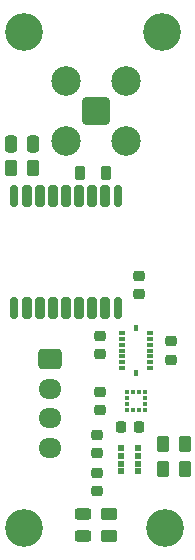
<source format=gbr>
%TF.GenerationSoftware,KiCad,Pcbnew,8.0.8*%
%TF.CreationDate,2025-02-07T05:59:22-05:00*%
%TF.ProjectId,SensorBoardNoMCU,53656e73-6f72-4426-9f61-72644e6f4d43,rev?*%
%TF.SameCoordinates,Original*%
%TF.FileFunction,Soldermask,Top*%
%TF.FilePolarity,Negative*%
%FSLAX46Y46*%
G04 Gerber Fmt 4.6, Leading zero omitted, Abs format (unit mm)*
G04 Created by KiCad (PCBNEW 8.0.8) date 2025-02-07 05:59:22*
%MOMM*%
%LPD*%
G01*
G04 APERTURE LIST*
G04 Aperture macros list*
%AMRoundRect*
0 Rectangle with rounded corners*
0 $1 Rounding radius*
0 $2 $3 $4 $5 $6 $7 $8 $9 X,Y pos of 4 corners*
0 Add a 4 corners polygon primitive as box body*
4,1,4,$2,$3,$4,$5,$6,$7,$8,$9,$2,$3,0*
0 Add four circle primitives for the rounded corners*
1,1,$1+$1,$2,$3*
1,1,$1+$1,$4,$5*
1,1,$1+$1,$6,$7*
1,1,$1+$1,$8,$9*
0 Add four rect primitives between the rounded corners*
20,1,$1+$1,$2,$3,$4,$5,0*
20,1,$1+$1,$4,$5,$6,$7,0*
20,1,$1+$1,$6,$7,$8,$9,0*
20,1,$1+$1,$8,$9,$2,$3,0*%
G04 Aperture macros list end*
%ADD10RoundRect,0.225000X0.250000X-0.225000X0.250000X0.225000X-0.250000X0.225000X-0.250000X-0.225000X0*%
%ADD11RoundRect,0.243750X0.456250X-0.243750X0.456250X0.243750X-0.456250X0.243750X-0.456250X-0.243750X0*%
%ADD12R,0.590000X0.350000*%
%ADD13R,0.350000X0.590000*%
%ADD14C,3.200000*%
%ADD15RoundRect,0.225000X-0.250000X0.225000X-0.250000X-0.225000X0.250000X-0.225000X0.250000X0.225000X0*%
%ADD16RoundRect,0.218750X-0.218750X-0.381250X0.218750X-0.381250X0.218750X0.381250X-0.218750X0.381250X0*%
%ADD17RoundRect,0.250000X0.262500X0.450000X-0.262500X0.450000X-0.262500X-0.450000X0.262500X-0.450000X0*%
%ADD18RoundRect,0.250000X0.250000X0.475000X-0.250000X0.475000X-0.250000X-0.475000X0.250000X-0.475000X0*%
%ADD19RoundRect,0.200100X-0.949900X0.949900X-0.949900X-0.949900X0.949900X-0.949900X0.949900X0.949900X0*%
%ADD20C,2.500000*%
%ADD21RoundRect,0.102000X-0.175000X-0.175000X0.175000X-0.175000X0.175000X0.175000X-0.175000X0.175000X0*%
%ADD22RoundRect,0.250000X-0.450000X0.262500X-0.450000X-0.262500X0.450000X-0.262500X0.450000X0.262500X0*%
%ADD23RoundRect,0.225000X0.225000X0.250000X-0.225000X0.250000X-0.225000X-0.250000X0.225000X-0.250000X0*%
%ADD24RoundRect,0.250000X-0.725000X0.600000X-0.725000X-0.600000X0.725000X-0.600000X0.725000X0.600000X0*%
%ADD25O,1.950000X1.700000*%
%ADD26RoundRect,0.175000X0.175000X-0.725000X0.175000X0.725000X-0.175000X0.725000X-0.175000X-0.725000X0*%
%ADD27RoundRect,0.200000X0.200000X-0.700000X0.200000X0.700000X-0.200000X0.700000X-0.200000X-0.700000X0*%
%ADD28RoundRect,0.250000X-0.262500X-0.450000X0.262500X-0.450000X0.262500X0.450000X-0.262500X0.450000X0*%
%ADD29R,0.375000X0.350000*%
%ADD30R,0.350000X0.375000*%
G04 APERTURE END LIST*
D10*
%TO.C,C3*%
X98500000Y-83275000D03*
X98500000Y-81725000D03*
%TD*%
D11*
%TO.C,D1*%
X97000000Y-98687500D03*
X97000000Y-96812500D03*
%TD*%
D12*
%TO.C,U1*%
X102665000Y-81500000D03*
X102665000Y-82000000D03*
X102665000Y-82500000D03*
X102665000Y-83000000D03*
X102665000Y-83500000D03*
X102665000Y-84000000D03*
X102665000Y-84500000D03*
D13*
X101500000Y-84915000D03*
D12*
X100335000Y-84500000D03*
X100335000Y-84000000D03*
X100335000Y-83500000D03*
X100335000Y-83000000D03*
X100335000Y-82500000D03*
X100335000Y-82000000D03*
X100335000Y-81500000D03*
D13*
X101500000Y-81085000D03*
%TD*%
D10*
%TO.C,C7*%
X98500000Y-88025000D03*
X98500000Y-86475000D03*
%TD*%
D14*
%TO.C,H2*%
X92000000Y-56000000D03*
%TD*%
D15*
%TO.C,C9*%
X98250000Y-90125000D03*
X98250000Y-91675000D03*
%TD*%
D16*
%TO.C,L1*%
X96812500Y-68000000D03*
X98937500Y-68000000D03*
%TD*%
D10*
%TO.C,C8*%
X98250000Y-94925000D03*
X98250000Y-93375000D03*
%TD*%
D17*
%TO.C,R2*%
X105662500Y-90875000D03*
X103837500Y-90875000D03*
%TD*%
D14*
%TO.C,H4*%
X104000000Y-98000000D03*
%TD*%
D18*
%TO.C,C6*%
X92824999Y-65500000D03*
X90925001Y-65500000D03*
%TD*%
D17*
%TO.C,R3*%
X105662500Y-93000000D03*
X103837500Y-93000000D03*
%TD*%
D10*
%TO.C,C2*%
X104500000Y-83775000D03*
X104500000Y-82225000D03*
%TD*%
D19*
%TO.C,J1*%
X98125000Y-62750000D03*
D20*
X100665000Y-60210000D03*
X95585000Y-60210000D03*
X100665000Y-65290000D03*
X95585000Y-65290000D03*
%TD*%
D21*
%TO.C,U4*%
X101725000Y-91275000D03*
X101725000Y-91925000D03*
X101725000Y-92575000D03*
X101725000Y-93225000D03*
X100275000Y-93225000D03*
X100275000Y-92575000D03*
X100275000Y-91925000D03*
X100275000Y-91275000D03*
%TD*%
D14*
%TO.C,H3*%
X92000000Y-98000000D03*
%TD*%
D22*
%TO.C,R4*%
X99250000Y-96837500D03*
X99250000Y-98662500D03*
%TD*%
D23*
%TO.C,C5*%
X101775000Y-89500000D03*
X100225000Y-89500000D03*
%TD*%
D24*
%TO.C,J2*%
X94250000Y-83750000D03*
D25*
X94250000Y-86250000D03*
X94250000Y-88750000D03*
X94250000Y-91250000D03*
%TD*%
D26*
%TO.C,U3*%
X91225000Y-79375000D03*
D27*
X92325000Y-79375000D03*
X93425000Y-79375000D03*
X94525000Y-79375000D03*
X95625000Y-79375000D03*
X96725000Y-79375000D03*
X97825000Y-79375000D03*
X98925000Y-79375000D03*
D26*
X100025000Y-79375000D03*
X100025000Y-69875000D03*
D27*
X98925000Y-69875000D03*
X97825000Y-69875000D03*
X96725000Y-69875000D03*
X95625000Y-69875000D03*
X94525000Y-69875000D03*
X93425000Y-69875000D03*
X92325000Y-69875000D03*
D26*
X91225000Y-69875000D03*
%TD*%
D28*
%TO.C,R1*%
X90962500Y-67500000D03*
X92787500Y-67500000D03*
%TD*%
D14*
%TO.C,H1*%
X103750000Y-56000000D03*
%TD*%
D29*
%TO.C,U2*%
X100737500Y-86500000D03*
X100737500Y-87000000D03*
X100737500Y-87500000D03*
X100737500Y-88000000D03*
D30*
X101250000Y-88012500D03*
X101750000Y-88012500D03*
D29*
X102262500Y-88000000D03*
X102262500Y-87500000D03*
X102262500Y-87000000D03*
X102262500Y-86500000D03*
D30*
X101750000Y-86487500D03*
X101250000Y-86487500D03*
%TD*%
D10*
%TO.C,C1*%
X101750000Y-78250000D03*
X101750000Y-76700000D03*
%TD*%
M02*

</source>
